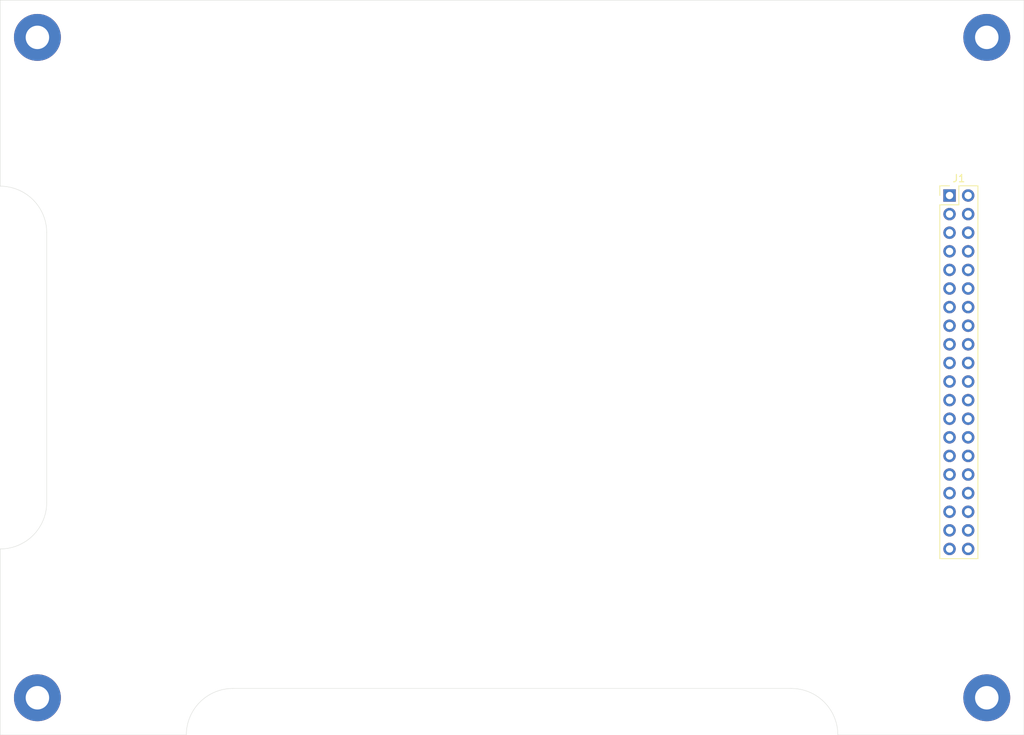
<source format=kicad_pcb>
(kicad_pcb (version 20171130) (host pcbnew "(5.1.4)-1")

  (general
    (thickness 1.6)
    (drawings 12)
    (tracks 0)
    (zones 0)
    (modules 5)
    (nets 1)
  )

  (page A4)
  (layers
    (0 F.Cu signal)
    (31 B.Cu signal)
    (32 B.Adhes user)
    (33 F.Adhes user)
    (34 B.Paste user)
    (35 F.Paste user)
    (36 B.SilkS user)
    (37 F.SilkS user)
    (38 B.Mask user)
    (39 F.Mask user)
    (40 Dwgs.User user)
    (41 Cmts.User user)
    (42 Eco1.User user)
    (43 Eco2.User user)
    (44 Edge.Cuts user)
    (45 Margin user)
    (46 B.CrtYd user)
    (47 F.CrtYd user)
    (48 B.Fab user)
    (49 F.Fab user)
  )

  (setup
    (last_trace_width 0.25)
    (trace_clearance 0.2)
    (zone_clearance 0.508)
    (zone_45_only no)
    (trace_min 0.2)
    (via_size 0.8)
    (via_drill 0.4)
    (via_min_size 0.4)
    (via_min_drill 0.3)
    (uvia_size 0.3)
    (uvia_drill 0.1)
    (uvias_allowed no)
    (uvia_min_size 0.2)
    (uvia_min_drill 0.1)
    (edge_width 0.05)
    (segment_width 0.2)
    (pcb_text_width 0.3)
    (pcb_text_size 1.5 1.5)
    (mod_edge_width 0.12)
    (mod_text_size 1 1)
    (mod_text_width 0.15)
    (pad_size 1.524 1.524)
    (pad_drill 0.762)
    (pad_to_mask_clearance 0.051)
    (solder_mask_min_width 0.25)
    (aux_axis_origin 0 0)
    (visible_elements FFFFFF7F)
    (pcbplotparams
      (layerselection 0x010fc_ffffffff)
      (usegerberextensions false)
      (usegerberattributes false)
      (usegerberadvancedattributes false)
      (creategerberjobfile false)
      (excludeedgelayer true)
      (linewidth 0.100000)
      (plotframeref false)
      (viasonmask false)
      (mode 1)
      (useauxorigin false)
      (hpglpennumber 1)
      (hpglpenspeed 20)
      (hpglpendiameter 15.000000)
      (psnegative false)
      (psa4output false)
      (plotreference true)
      (plotvalue true)
      (plotinvisibletext false)
      (padsonsilk false)
      (subtractmaskfromsilk false)
      (outputformat 1)
      (mirror false)
      (drillshape 1)
      (scaleselection 1)
      (outputdirectory ""))
  )

  (net 0 "")

  (net_class Default "This is the default net class."
    (clearance 0.2)
    (trace_width 0.25)
    (via_dia 0.8)
    (via_drill 0.4)
    (uvia_dia 0.3)
    (uvia_drill 0.1)
  )

  (module MountingHole:MountingHole_3.2mm_M3_Pad (layer F.Cu) (tedit 56D1B4CB) (tstamp 5DB967C1)
    (at 160.02 120.65)
    (descr "Mounting Hole 3.2mm, M3")
    (tags "mounting hole 3.2mm m3")
    (fp_text reference REF** (at 0 -4.2) (layer F.SilkS) hide
      (effects (font (size 1 1) (thickness 0.15)))
    )
    (fp_text value MountingHole_3.2mm_M3_Pad (at 0 4.2) (layer F.Fab) hide
      (effects (font (size 1 1) (thickness 0.15)))
    )
    (fp_circle (center 0 0) (end 3.45 0) (layer F.CrtYd) (width 0.05))
    (fp_circle (center 0 0) (end 3.2 0) (layer Cmts.User) (width 0.15))
    (fp_text user %R (at 0.3 0) (layer F.Fab) hide
      (effects (font (size 1 1) (thickness 0.15)))
    )
    (pad 1 thru_hole circle (at 0 0) (size 6.4 6.4) (drill 3.2) (layers *.Cu *.Mask))
  )

  (module MountingHole:MountingHole_3.2mm_M3_Pad (layer F.Cu) (tedit 56D1B4CB) (tstamp 5DB9678F)
    (at 30.48 120.65)
    (descr "Mounting Hole 3.2mm, M3")
    (tags "mounting hole 3.2mm m3")
    (fp_text reference REF** (at 0 -4.2) (layer F.SilkS) hide
      (effects (font (size 1 1) (thickness 0.15)))
    )
    (fp_text value MountingHole_3.2mm_M3_Pad (at 0 4.2) (layer F.Fab) hide
      (effects (font (size 1 1) (thickness 0.15)))
    )
    (fp_circle (center 0 0) (end 3.45 0) (layer F.CrtYd) (width 0.05))
    (fp_circle (center 0 0) (end 3.2 0) (layer Cmts.User) (width 0.15))
    (fp_text user %R (at 0.3 0) (layer F.Fab) hide
      (effects (font (size 1 1) (thickness 0.15)))
    )
    (pad 1 thru_hole circle (at 0 0) (size 6.4 6.4) (drill 3.2) (layers *.Cu *.Mask))
  )

  (module MountingHole:MountingHole_3.2mm_M3_Pad (layer F.Cu) (tedit 56D1B4CB) (tstamp 5DB96772)
    (at 160.02 30.48)
    (descr "Mounting Hole 3.2mm, M3")
    (tags "mounting hole 3.2mm m3")
    (fp_text reference REF** (at 0 -4.2) (layer F.SilkS) hide
      (effects (font (size 1 1) (thickness 0.15)))
    )
    (fp_text value MountingHole_3.2mm_M3_Pad (at 0 4.2) (layer F.Fab) hide
      (effects (font (size 1 1) (thickness 0.15)))
    )
    (fp_circle (center 0 0) (end 3.45 0) (layer F.CrtYd) (width 0.05))
    (fp_circle (center 0 0) (end 3.2 0) (layer Cmts.User) (width 0.15))
    (fp_text user %R (at 0.3 0) (layer F.Fab) hide
      (effects (font (size 1 1) (thickness 0.15)))
    )
    (pad 1 thru_hole circle (at 0 0) (size 6.4 6.4) (drill 3.2) (layers *.Cu *.Mask))
  )

  (module MountingHole:MountingHole_3.2mm_M3_Pad (layer F.Cu) (tedit 56D1B4CB) (tstamp 5DB96755)
    (at 30.48 30.48)
    (descr "Mounting Hole 3.2mm, M3")
    (tags "mounting hole 3.2mm m3")
    (fp_text reference REF** (at 0 -4.2) (layer F.SilkS) hide
      (effects (font (size 1 1) (thickness 0.15)))
    )
    (fp_text value MountingHole_3.2mm_M3_Pad (at 0 4.2) (layer F.Fab) hide
      (effects (font (size 1 1) (thickness 0.15)))
    )
    (fp_circle (center 0 0) (end 3.45 0) (layer F.CrtYd) (width 0.05))
    (fp_circle (center 0 0) (end 3.2 0) (layer Cmts.User) (width 0.15))
    (fp_text user %R (at 0.3 0) (layer F.Fab) hide
      (effects (font (size 1 1) (thickness 0.15)))
    )
    (pad 1 thru_hole circle (at 0 0) (size 6.4 6.4) (drill 3.2) (layers *.Cu *.Mask))
  )

  (module WhitworthStandard:PC104_40PinSocket_2.54mm (layer F.Cu) (tedit 5DB90577) (tstamp 5DB96938)
    (at 154.94 52.07)
    (descr "Through hole straight pin header, 2x20, 2.54mm pitch, double rows")
    (tags "Through hole pin header THT 2x20 2.54mm double row")
    (path /5DB909C2)
    (fp_text reference J1 (at 1.27 -2.33) (layer F.SilkS)
      (effects (font (size 1 1) (thickness 0.15)))
    )
    (fp_text value PC104_40Pin_2.54mm (at 1.27 50.59) (layer F.Fab)
      (effects (font (size 1 1) (thickness 0.15)))
    )
    (fp_line (start 0 -1.27) (end 3.81 -1.27) (layer F.Fab) (width 0.1))
    (fp_line (start 3.81 -1.27) (end 3.81 49.53) (layer F.Fab) (width 0.1))
    (fp_line (start 3.81 49.53) (end -1.27 49.53) (layer F.Fab) (width 0.1))
    (fp_line (start -1.27 49.53) (end -1.27 0) (layer F.Fab) (width 0.1))
    (fp_line (start -1.27 0) (end 0 -1.27) (layer F.Fab) (width 0.1))
    (fp_line (start -1.33 49.59) (end 3.87 49.59) (layer F.SilkS) (width 0.12))
    (fp_line (start -1.33 1.27) (end -1.33 49.59) (layer F.SilkS) (width 0.12))
    (fp_line (start 3.87 -1.33) (end 3.87 49.59) (layer F.SilkS) (width 0.12))
    (fp_line (start -1.33 1.27) (end 1.27 1.27) (layer F.SilkS) (width 0.12))
    (fp_line (start 1.27 1.27) (end 1.27 -1.33) (layer F.SilkS) (width 0.12))
    (fp_line (start 1.27 -1.33) (end 3.87 -1.33) (layer F.SilkS) (width 0.12))
    (fp_line (start -1.33 0) (end -1.33 -1.33) (layer F.SilkS) (width 0.12))
    (fp_line (start -1.33 -1.33) (end 0 -1.33) (layer F.SilkS) (width 0.12))
    (fp_line (start -1.8 -1.8) (end -1.8 50.05) (layer F.CrtYd) (width 0.05))
    (fp_line (start -1.8 50.05) (end 4.35 50.05) (layer F.CrtYd) (width 0.05))
    (fp_line (start 4.35 50.05) (end 4.35 -1.8) (layer F.CrtYd) (width 0.05))
    (fp_line (start 4.35 -1.8) (end -1.8 -1.8) (layer F.CrtYd) (width 0.05))
    (fp_text user %R (at 1.27 24.13 90) (layer F.Fab)
      (effects (font (size 1 1) (thickness 0.15)))
    )
    (pad p1 thru_hole rect (at 0 0) (size 1.7 1.7) (drill 1) (layers *.Cu *.Mask))
    (pad p40 thru_hole oval (at 2.54 0) (size 1.7 1.7) (drill 1) (layers *.Cu *.Mask))
    (pad p2 thru_hole oval (at 0 2.54) (size 1.7 1.7) (drill 1) (layers *.Cu *.Mask))
    (pad p39 thru_hole oval (at 2.54 2.54) (size 1.7 1.7) (drill 1) (layers *.Cu *.Mask))
    (pad p3 thru_hole oval (at 0 5.08) (size 1.7 1.7) (drill 1) (layers *.Cu *.Mask))
    (pad p38 thru_hole oval (at 2.54 5.08) (size 1.7 1.7) (drill 1) (layers *.Cu *.Mask))
    (pad p4 thru_hole oval (at 0 7.62) (size 1.7 1.7) (drill 1) (layers *.Cu *.Mask))
    (pad p37 thru_hole oval (at 2.54 7.62) (size 1.7 1.7) (drill 1) (layers *.Cu *.Mask))
    (pad p5 thru_hole oval (at 0 10.16) (size 1.7 1.7) (drill 1) (layers *.Cu *.Mask))
    (pad p36 thru_hole oval (at 2.54 10.16) (size 1.7 1.7) (drill 1) (layers *.Cu *.Mask))
    (pad p6 thru_hole oval (at 0 12.7) (size 1.7 1.7) (drill 1) (layers *.Cu *.Mask))
    (pad p35 thru_hole oval (at 2.54 12.7) (size 1.7 1.7) (drill 1) (layers *.Cu *.Mask))
    (pad p7 thru_hole oval (at 0 15.24) (size 1.7 1.7) (drill 1) (layers *.Cu *.Mask))
    (pad p34 thru_hole oval (at 2.54 15.24) (size 1.7 1.7) (drill 1) (layers *.Cu *.Mask))
    (pad p8 thru_hole oval (at 0 17.78) (size 1.7 1.7) (drill 1) (layers *.Cu *.Mask))
    (pad p33 thru_hole oval (at 2.54 17.78) (size 1.7 1.7) (drill 1) (layers *.Cu *.Mask))
    (pad p9 thru_hole oval (at 0 20.32) (size 1.7 1.7) (drill 1) (layers *.Cu *.Mask))
    (pad p32 thru_hole oval (at 2.54 20.32) (size 1.7 1.7) (drill 1) (layers *.Cu *.Mask))
    (pad p10 thru_hole oval (at 0 22.86) (size 1.7 1.7) (drill 1) (layers *.Cu *.Mask))
    (pad p31 thru_hole oval (at 2.54 22.86) (size 1.7 1.7) (drill 1) (layers *.Cu *.Mask))
    (pad p11 thru_hole oval (at 0 25.4) (size 1.7 1.7) (drill 1) (layers *.Cu *.Mask))
    (pad p30 thru_hole oval (at 2.54 25.4) (size 1.7 1.7) (drill 1) (layers *.Cu *.Mask))
    (pad p12 thru_hole oval (at 0 27.94) (size 1.7 1.7) (drill 1) (layers *.Cu *.Mask))
    (pad p29 thru_hole oval (at 2.54 27.94) (size 1.7 1.7) (drill 1) (layers *.Cu *.Mask))
    (pad p13 thru_hole oval (at 0 30.48) (size 1.7 1.7) (drill 1) (layers *.Cu *.Mask))
    (pad p28 thru_hole oval (at 2.54 30.48) (size 1.7 1.7) (drill 1) (layers *.Cu *.Mask))
    (pad p14 thru_hole oval (at 0 33.02) (size 1.7 1.7) (drill 1) (layers *.Cu *.Mask))
    (pad p27 thru_hole oval (at 2.54 33.02) (size 1.7 1.7) (drill 1) (layers *.Cu *.Mask))
    (pad p15 thru_hole oval (at 0 35.56) (size 1.7 1.7) (drill 1) (layers *.Cu *.Mask))
    (pad p26 thru_hole oval (at 2.54 35.56) (size 1.7 1.7) (drill 1) (layers *.Cu *.Mask))
    (pad p16 thru_hole oval (at 0 38.1) (size 1.7 1.7) (drill 1) (layers *.Cu *.Mask))
    (pad p25 thru_hole oval (at 2.54 38.1) (size 1.7 1.7) (drill 1) (layers *.Cu *.Mask))
    (pad p17 thru_hole oval (at 0 40.64) (size 1.7 1.7) (drill 1) (layers *.Cu *.Mask))
    (pad p24 thru_hole oval (at 2.54 40.64) (size 1.7 1.7) (drill 1) (layers *.Cu *.Mask))
    (pad p18 thru_hole oval (at 0 43.18) (size 1.7 1.7) (drill 1) (layers *.Cu *.Mask))
    (pad p23 thru_hole oval (at 2.54 43.18) (size 1.7 1.7) (drill 1) (layers *.Cu *.Mask))
    (pad p19 thru_hole oval (at 0 45.72) (size 1.7 1.7) (drill 1) (layers *.Cu *.Mask))
    (pad p22 thru_hole oval (at 2.54 45.72) (size 1.7 1.7) (drill 1) (layers *.Cu *.Mask))
    (pad p20 thru_hole oval (at 0 48.26) (size 1.7 1.7) (drill 1) (layers *.Cu *.Mask))
    (pad p21 thru_hole oval (at 2.54 48.26) (size 1.7 1.7) (drill 1) (layers *.Cu *.Mask))
    (model ${KISYS3DMOD}/Connector_PinHeader_2.54mm.3dshapes/PinHeader_2x20_P2.54mm_Vertical.wrl
      (at (xyz 0 0 0))
      (scale (xyz 1 1 1))
      (rotate (xyz 0 0 0))
    )
  )

  (gr_line (start 31.75 57.15) (end 31.75 93.98) (layer Edge.Cuts) (width 0.05) (tstamp 5DB912C0))
  (gr_arc (start 25.4 93.98) (end 25.4 100.33) (angle -90) (layer Edge.Cuts) (width 0.05))
  (gr_line (start 57.15 119.38) (end 133.35 119.38) (layer Edge.Cuts) (width 0.05) (tstamp 5DB91274))
  (gr_arc (start 57.15 125.73) (end 57.15 119.38) (angle -90) (layer Edge.Cuts) (width 0.05))
  (gr_line (start 25.4 125.73) (end 50.8 125.73) (layer Edge.Cuts) (width 0.05))
  (gr_line (start 25.4 125.73) (end 25.4 100.33) (layer Edge.Cuts) (width 0.05))
  (gr_arc (start 133.35 125.73) (end 139.7 125.73) (angle -90) (layer Edge.Cuts) (width 0.05))
  (gr_arc (start 25.4 57.15) (end 31.75 57.15) (angle -90) (layer Edge.Cuts) (width 0.05))
  (gr_line (start 25.4 25.4) (end 25.4 50.8) (layer Edge.Cuts) (width 0.05))
  (gr_line (start 25.4 25.4) (end 165.1 25.4) (layer Edge.Cuts) (width 0.05))
  (gr_line (start 165.1 125.73) (end 139.7 125.73) (layer Edge.Cuts) (width 0.05))
  (gr_line (start 165.1 25.4) (end 165.1 125.73) (layer Edge.Cuts) (width 0.05))

)

</source>
